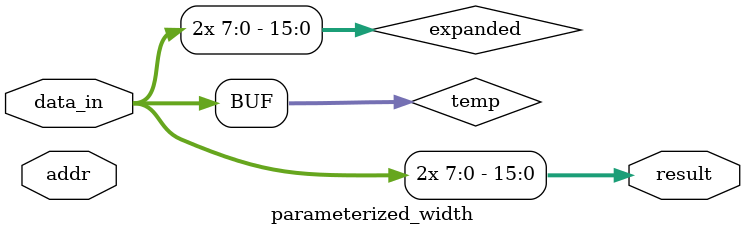
<source format=v>
module parameterized_width #(
    parameter WIDTH = 8,
    parameter DEPTH = 16
)(
    input [WIDTH-1:0] data_in,
    input [DEPTH-1:0] addr,
    output [WIDTH*2-1:0] result
);
    localparam DOUBLE_WIDTH = WIDTH * 2;
    wire [WIDTH-1:0] temp;
    wire [DOUBLE_WIDTH-1:0] expanded;
    
    assign temp = data_in;
    assign expanded = {temp, temp};
    assign result = expanded;
endmodule


</source>
